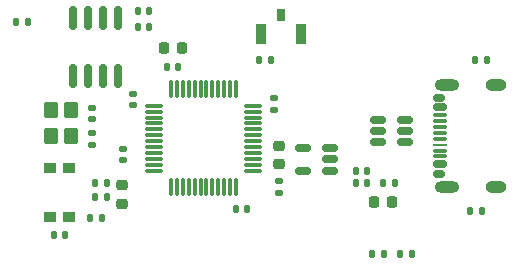
<source format=gbr>
%TF.GenerationSoftware,KiCad,Pcbnew,9.0.6-9.0.6~ubuntu24.04.1*%
%TF.CreationDate,2025-12-02T22:29:15-06:00*%
%TF.ProjectId,Kicad_stm32_1st,4b696361-645f-4737-946d-33325f317374,rev?*%
%TF.SameCoordinates,Original*%
%TF.FileFunction,Paste,Top*%
%TF.FilePolarity,Positive*%
%FSLAX46Y46*%
G04 Gerber Fmt 4.6, Leading zero omitted, Abs format (unit mm)*
G04 Created by KiCad (PCBNEW 9.0.6-9.0.6~ubuntu24.04.1) date 2025-12-02 22:29:15*
%MOMM*%
%LPD*%
G01*
G04 APERTURE LIST*
G04 Aperture macros list*
%AMRoundRect*
0 Rectangle with rounded corners*
0 $1 Rounding radius*
0 $2 $3 $4 $5 $6 $7 $8 $9 X,Y pos of 4 corners*
0 Add a 4 corners polygon primitive as box body*
4,1,4,$2,$3,$4,$5,$6,$7,$8,$9,$2,$3,0*
0 Add four circle primitives for the rounded corners*
1,1,$1+$1,$2,$3*
1,1,$1+$1,$4,$5*
1,1,$1+$1,$6,$7*
1,1,$1+$1,$8,$9*
0 Add four rect primitives between the rounded corners*
20,1,$1+$1,$2,$3,$4,$5,0*
20,1,$1+$1,$4,$5,$6,$7,0*
20,1,$1+$1,$6,$7,$8,$9,0*
20,1,$1+$1,$8,$9,$2,$3,0*%
G04 Aperture macros list end*
%ADD10RoundRect,0.135000X0.135000X0.185000X-0.135000X0.185000X-0.135000X-0.185000X0.135000X-0.185000X0*%
%ADD11RoundRect,0.135000X-0.135000X-0.185000X0.135000X-0.185000X0.135000X0.185000X-0.135000X0.185000X0*%
%ADD12RoundRect,0.140000X-0.140000X-0.170000X0.140000X-0.170000X0.140000X0.170000X-0.140000X0.170000X0*%
%ADD13RoundRect,0.140000X-0.170000X0.140000X-0.170000X-0.140000X0.170000X-0.140000X0.170000X0.140000X0*%
%ADD14RoundRect,0.135000X-0.185000X0.135000X-0.185000X-0.135000X0.185000X-0.135000X0.185000X0.135000X0*%
%ADD15RoundRect,0.140000X0.140000X0.170000X-0.140000X0.170000X-0.140000X-0.170000X0.140000X-0.170000X0*%
%ADD16RoundRect,0.218750X-0.256250X0.218750X-0.256250X-0.218750X0.256250X-0.218750X0.256250X0.218750X0*%
%ADD17RoundRect,0.140000X0.170000X-0.140000X0.170000X0.140000X-0.170000X0.140000X-0.170000X-0.140000X0*%
%ADD18RoundRect,0.225000X-0.225000X-0.250000X0.225000X-0.250000X0.225000X0.250000X-0.225000X0.250000X0*%
%ADD19RoundRect,0.150000X0.350000X-0.150000X0.350000X0.150000X-0.350000X0.150000X-0.350000X-0.150000X0*%
%ADD20RoundRect,0.062500X0.512500X-0.062500X0.512500X0.062500X-0.512500X0.062500X-0.512500X-0.062500X0*%
%ADD21RoundRect,0.150000X0.425000X-0.150000X0.425000X0.150000X-0.425000X0.150000X-0.425000X-0.150000X0*%
%ADD22RoundRect,0.075000X0.500000X-0.075000X0.500000X0.075000X-0.500000X0.075000X-0.500000X-0.075000X0*%
%ADD23O,2.100000X1.000000*%
%ADD24O,1.800000X1.000000*%
%ADD25RoundRect,0.218750X0.256250X-0.218750X0.256250X0.218750X-0.256250X0.218750X-0.256250X-0.218750X0*%
%ADD26RoundRect,0.218750X0.218750X0.256250X-0.218750X0.256250X-0.218750X-0.256250X0.218750X-0.256250X0*%
%ADD27RoundRect,0.075000X-0.075000X-0.662500X0.075000X-0.662500X0.075000X0.662500X-0.075000X0.662500X0*%
%ADD28RoundRect,0.075000X-0.662500X-0.075000X0.662500X-0.075000X0.662500X0.075000X-0.662500X0.075000X0*%
%ADD29RoundRect,0.150000X0.150000X-0.825000X0.150000X0.825000X-0.150000X0.825000X-0.150000X-0.825000X0*%
%ADD30R,0.900000X1.700000*%
%ADD31R,0.800000X1.100000*%
%ADD32R,1.000000X0.900000*%
%ADD33RoundRect,0.250000X-0.350000X0.450000X-0.350000X-0.450000X0.350000X-0.450000X0.350000X0.450000X0*%
%ADD34RoundRect,0.150000X0.512500X0.150000X-0.512500X0.150000X-0.512500X-0.150000X0.512500X-0.150000X0*%
G04 APERTURE END LIST*
D10*
%TO.C,R4*%
X115400000Y-63400000D03*
X114380000Y-63400000D03*
%TD*%
D11*
%TO.C,R6*%
X108000000Y-79800000D03*
X109020000Y-79800000D03*
%TD*%
D10*
%TO.C,R7*%
X106710000Y-79800000D03*
X105690000Y-79800000D03*
%TD*%
%TO.C,R3*%
X115000000Y-76200000D03*
X113980000Y-76200000D03*
%TD*%
%TO.C,R5*%
X107620000Y-73800000D03*
X106600000Y-73800000D03*
%TD*%
D12*
%TO.C,C13*%
X104320000Y-73800000D03*
X105280000Y-73800000D03*
%TD*%
%TO.C,C12*%
X104320000Y-72800000D03*
X105280000Y-72800000D03*
%TD*%
D13*
%TO.C,C3*%
X97400000Y-66640000D03*
X97400000Y-67600000D03*
%TD*%
D14*
%TO.C,R9*%
X97800000Y-73600000D03*
X97800000Y-74620000D03*
%TD*%
D15*
%TO.C,C2*%
X95080000Y-76000000D03*
X94120000Y-76000000D03*
%TD*%
D12*
%TO.C,C4*%
X88320000Y-64000000D03*
X89280000Y-64000000D03*
%TD*%
%TO.C,C15*%
X85840000Y-60600000D03*
X86800000Y-60600000D03*
%TD*%
%TO.C,C14*%
X85840000Y-59200000D03*
X86800000Y-59200000D03*
%TD*%
D11*
%TO.C,R8*%
X75490000Y-60200000D03*
X76510000Y-60200000D03*
%TD*%
D15*
%TO.C,C9*%
X79680000Y-78200000D03*
X78720000Y-78200000D03*
%TD*%
D10*
%TO.C,R1*%
X82800000Y-76800000D03*
X81780000Y-76800000D03*
%TD*%
D15*
%TO.C,C8*%
X83200000Y-75000000D03*
X82240000Y-75000000D03*
%TD*%
%TO.C,C7*%
X83200000Y-73800000D03*
X82240000Y-73800000D03*
%TD*%
D16*
%TO.C,FB1*%
X84520000Y-74000000D03*
X84520000Y-75575000D03*
%TD*%
D17*
%TO.C,C6*%
X84600000Y-71880000D03*
X84600000Y-70920000D03*
%TD*%
%TO.C,C11*%
X82000000Y-70560000D03*
X82000000Y-69600000D03*
%TD*%
%TO.C,C10*%
X82000000Y-68400000D03*
X82000000Y-67440000D03*
%TD*%
%TO.C,C1*%
X85400000Y-67200000D03*
X85400000Y-66240000D03*
%TD*%
D18*
%TO.C,C5*%
X88025000Y-62400000D03*
X89575000Y-62400000D03*
%TD*%
D10*
%TO.C,R2*%
X97100000Y-63400000D03*
X96080000Y-63400000D03*
%TD*%
D19*
%TO.C,J1*%
X111300000Y-66600000D03*
X111300000Y-73000000D03*
X111300000Y-73000000D03*
X111300000Y-66600000D03*
D20*
X111410000Y-70550000D03*
D21*
X111410000Y-72200000D03*
D22*
X111410000Y-71050000D03*
X111410000Y-70050000D03*
X111410000Y-69550000D03*
X111410000Y-68550000D03*
D21*
X111410000Y-67400000D03*
X111410000Y-67400000D03*
D22*
X111410000Y-68050000D03*
X111410000Y-69050000D03*
X111410000Y-71550000D03*
D21*
X111410000Y-72200000D03*
D23*
X111985000Y-74120000D03*
D24*
X116165000Y-74120000D03*
D23*
X111985000Y-65480000D03*
D24*
X116165000Y-65480000D03*
%TD*%
D25*
%TO.C,D2*%
X97800000Y-72200000D03*
X97800000Y-70625000D03*
%TD*%
D26*
%TO.C,PWR*%
X105800000Y-75400000D03*
X107375000Y-75400000D03*
%TD*%
D27*
%TO.C,U2*%
X88650000Y-65837500D03*
X89150000Y-65837500D03*
X89650000Y-65837500D03*
X90150000Y-65837500D03*
X90650000Y-65837500D03*
X91150000Y-65837500D03*
X91650000Y-65837500D03*
X92150000Y-65837500D03*
X92650000Y-65837500D03*
X93150000Y-65837500D03*
X93650000Y-65837500D03*
X94150000Y-65837500D03*
D28*
X95562500Y-67250000D03*
X95562500Y-67750000D03*
X95562500Y-68250000D03*
X95562500Y-68750000D03*
X95562500Y-69250000D03*
X95562500Y-69750000D03*
X95562500Y-70250000D03*
X95562500Y-70750000D03*
X95562500Y-71250000D03*
X95562500Y-71750000D03*
X95562500Y-72250000D03*
X95562500Y-72750000D03*
D27*
X94150000Y-74162500D03*
X93650000Y-74162500D03*
X93150000Y-74162500D03*
X92650000Y-74162500D03*
X92150000Y-74162500D03*
X91650000Y-74162500D03*
X91150000Y-74162500D03*
X90650000Y-74162500D03*
X90150000Y-74162500D03*
X89650000Y-74162500D03*
X89150000Y-74162500D03*
X88650000Y-74162500D03*
D28*
X87237500Y-72750000D03*
X87237500Y-72250000D03*
X87237500Y-71750000D03*
X87237500Y-71250000D03*
X87237500Y-70750000D03*
X87237500Y-70250000D03*
X87237500Y-69750000D03*
X87237500Y-69250000D03*
X87237500Y-68750000D03*
X87237500Y-68250000D03*
X87237500Y-67750000D03*
X87237500Y-67250000D03*
%TD*%
D29*
%TO.C,U4*%
X80390000Y-59800000D03*
X81660000Y-59800000D03*
X82930000Y-59800000D03*
X84200000Y-59800000D03*
X84200000Y-64750000D03*
X82930000Y-64750000D03*
X81660000Y-64750000D03*
X80390000Y-64750000D03*
%TD*%
D30*
%TO.C,BOOT*%
X99700000Y-61200000D03*
X96300000Y-61200000D03*
D31*
X98000000Y-59560000D03*
%TD*%
D32*
%TO.C,RST*%
X78400000Y-76650000D03*
X78400000Y-72550000D03*
X80000000Y-76650000D03*
X80000000Y-72550000D03*
%TD*%
D33*
%TO.C,Y1*%
X78500000Y-67600000D03*
X78500000Y-69800000D03*
X80200000Y-69800000D03*
X80200000Y-67600000D03*
%TD*%
D34*
%TO.C,U1*%
X108475000Y-70350000D03*
X108475000Y-69400000D03*
X108475000Y-68450000D03*
X106200000Y-68450000D03*
X106200000Y-69400000D03*
X106200000Y-70350000D03*
%TD*%
%TO.C,U3*%
X102137500Y-72750000D03*
X102137500Y-71800000D03*
X102137500Y-70850000D03*
X99862500Y-70850000D03*
X99862500Y-72750000D03*
%TD*%
M02*

</source>
